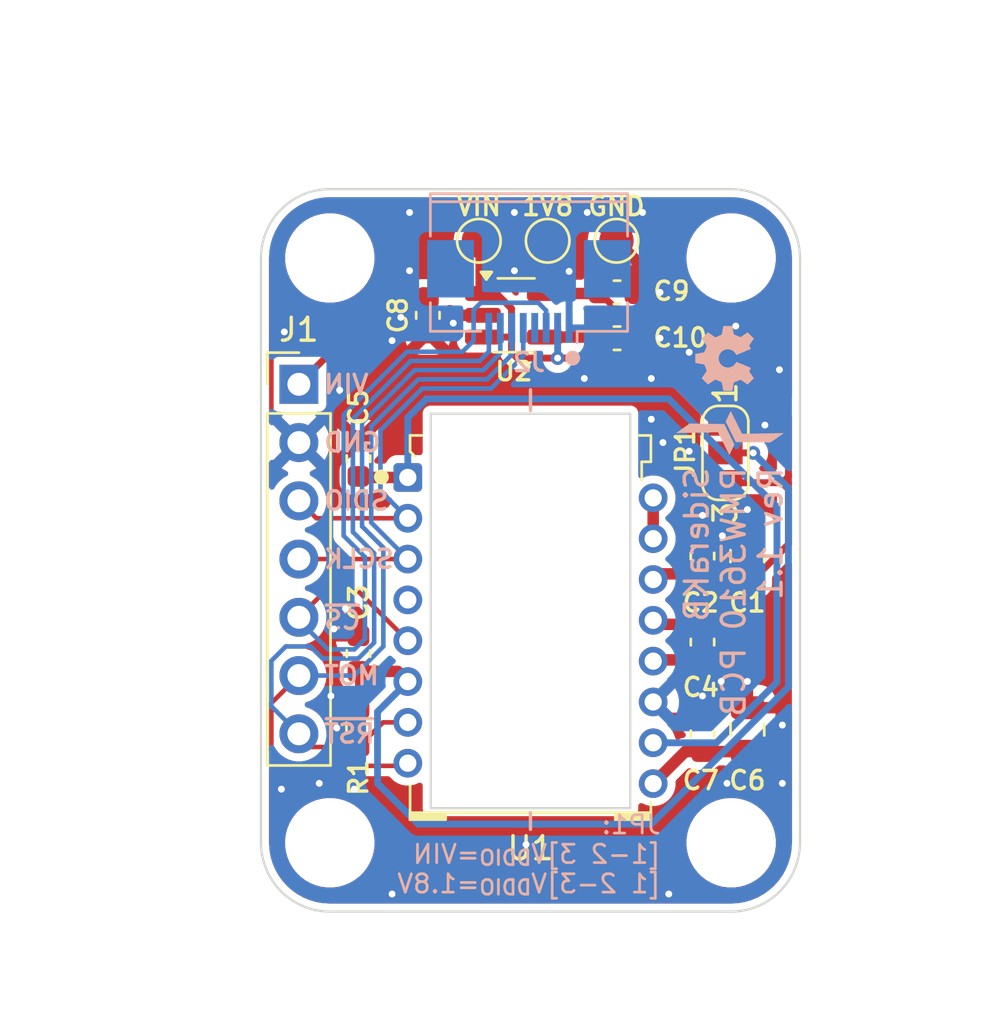
<source format=kicad_pcb>
(kicad_pcb (version 20241229) (generator "pcbnew") (generator_version "9.0")
  (title_block (title "PMW3610 PCB") (rev "1.1") (company "SideraKB") (comment 1 "Open Source Hardware, CERN-OHL-P v2") (comment 2 "PMW3610DM-SUDU laser mouse sensor breakout board"))
  (layers (0 "F.Cu" signal) (2 "B.Cu" signal) (13 "F.Paste" user) (15 "B.Paste" user) (5 "F.SilkS" user "F.Silkscreen") (7 "B.SilkS" user "B.Silkscreen") (1 "F.Mask" user) (3 "B.Mask" user) (25 "Edge.Cuts" user))
  (net 0 "")
  (net 1 "GND")
  (net 2 "+1V8")
  (net 3 "VDDIO")
  (net 4 "VIN")
  (net 5 "nRESET")
  (net 6 "SDIO")
  (net 7 "SCLK")
  (net 8 "nCS")
  (net 9 "MOTION")
  (net 10 "Net-(U1-CN)")
  (net 11 "Net-(U1-CP)")
  (net 12 "Net-(U1-+VCSEL)")
  (net 13 "Net-(U1-VCP)")
  (net 14 "Net-(U2-NC)")
  (net 16 "Net-(U1--VCSEL)")
  (footprint "TestPoint:TestPoint_Pad_D1.5mm" (layer "F.Cu") (at 150.75 86.5)
    (property "Reference" "TP3" (hide yes))
    (property "Value" "TestPoint")
  )
  (footprint "Capacitor_SMD:C_0603_1608Metric" (layer "F.Cu") (at 153.775 90.75)
    (property "Reference" "C10")
    (property "Value" "22nF")
  )
  (footprint "Capacitor_SMD:C_0603_1608Metric" (layer "F.Cu") (at 157.5 108 90)
    (property "Reference" "C7")
    (property "Value" "10nF")
  )
  (footprint "pmw3610_pcb:PMW3610DM-SUDU 16Pin" (layer "F.Cu") (at 150 102.988 90)
    (property "Reference" "U1")
    (property "Value" "PMW3610" (hide yes))
    (fp_rect (start -8.252 -4.35) (end 8.948 4.35) (stroke (width 0.1)) (fill no) (layer "Edge.Cuts"))
  )
  (footprint "Capacitor_SMD:C_0603_1608Metric" (layer "F.Cu") (at 142.5 96 90)
    (property "Reference" "C5")
    (property "Value" "10nF")
  )
  (footprint "TestPoint:TestPoint_Pad_D1.5mm" (layer "F.Cu") (at 147.75 86.5)
    (property "Reference" "TP2" (hide yes))
    (property "Value" "TestPoint")
  )
  (footprint "Capacitor_SMD:C_0603_1608Metric" (layer "F.Cu") (at 157.5 100.25 90)
    (property "Reference" "C2")
    (property "Value" "100nF")
  )
  (footprint "Resistor_SMD:R_0603_1608Metric" (layer "F.Cu") (at 142.5 107.75 -90)
    (property "Reference" "R1")
    (property "Value" "10k")
  )
  (footprint "Capacitor_SMD:C_0603_1608Metric" (layer "F.Cu") (at 142.5 104.5 90)
    (property "Reference" "C3")
    (property "Value" "100nF")
  )
  (footprint "Package_TO_SOT_SMD:SOT-23-5_HandSoldering" (layer "F.Cu") (at 149.275 89.75)
    (property "Reference" "U2")
    (property "Value" "TLV74318PDBVR")
  )
  (footprint "Capacitor_SMD:C_0603_1608Metric" (layer "F.Cu") (at 145.525 89.75 -90)
    (property "Reference" "C8")
    (property "Value" "1uF")
  )
  (footprint "TestPoint:TestPoint_Pad_D1.5mm" (layer "F.Cu") (at 153.75 86.5)
    (property "Reference" "TP1" (hide yes))
    (property "Value" "TestPoint")
  )
  (footprint "Jumper:SolderJumper-3_P1.3mm_Open_RoundedPad1.0x1.5mm_NumberLabels" (layer "F.Cu") (at 158.5 95.75 -90)
    (property "Reference" "JP1")
    (property "Value" "SolderJumper_3_Open")
  )
  (footprint "Capacitor_SMD:C_0603_1608Metric" (layer "F.Cu") (at 153.775 88.75)
    (property "Reference" "C9")
    (property "Value" "1uF")
  )
  (footprint "Capacitor_SMD:C_0805_2012Metric" (layer "F.Cu") (at 159.459 100.25 90)
    (property "Reference" "C1")
    (property "Value" "3.3uF/16V")
  )
  (footprint "Capacitor_SMD:C_0603_1608Metric" (layer "F.Cu") (at 157.5 104 90)
    (property "Reference" "C4")
    (property "Value" "100nF")
  )
  (footprint "Capacitor_SMD:C_0805_2012Metric" (layer "F.Cu") (at 159.459 107.811 90)
    (property "Reference" "C6")
    (property "Value" "10uF")
  )
  (footprint "Connector_PinHeader_2.54mm:PinHeader_1x07_P2.54mm_Vertical" (layer "F.Cu") (at 139.901 92.759)
    (property "Reference" "J1")
    (property "Value" "Conn_PinHeader")
  )
  (footprint "MountingHole:MountingHole_3.2mm_M3_ISO14580" (layer "B.Cu") (at 158.75 87.25 180)
    (property "Reference" "H3" (hide yes))
    (property "Value" "MountingHole" (hide yes))
  )
  (footprint "MountingHole:MountingHole_3.2mm_M3_ISO14580" (layer "B.Cu") (at 141.25 112.75 180)
    (property "Reference" "H1" (hide yes))
    (property "Value" "MountingHole" (hide yes))
  )
  (footprint "MountingHole:MountingHole_3.2mm_M3_ISO14580" (layer "B.Cu") (at 158.75 112.75 180)
    (property "Reference" "H4" (hide yes))
    (property "Value" "MountingHole" (hide yes))
  )
  (footprint "MountingHole:MountingHole_3.2mm_M3_ISO14580" (layer "B.Cu") (at 141.25 87.25 180)
    (property "Reference" "H2" (hide yes))
    (property "Value" "MountingHole" (hide yes))
  )
  (footprint "pmw3610_pcb:FPC_8P_0.5mm_AFC01-S08FCA-00" (layer "B.Cu") (at 149.934 87.298 180)
    (property "Reference" "J2")
    (property "Value" "Conn_FPC")
  )
  (gr_circle (center 143.5 96.8) (end 143.75 96.8) (stroke (width 0.15)) (fill yes) (layer "F.SilkS"))
  (gr_circle (center 151.839 91.616) (end 151.589 91.616) (stroke (width 0.15)) (fill yes) (layer "B.SilkS"))
  (gr_poly (pts (xy 158.174618 94.848457) (xy 158.673505 95.847091) (xy 158.893537 95.382793) (xy 158.45007 94.488982) (xy 156.936878 94.46972) (xy 156.352273 94.884996)) (fill yes) (layer "B.SilkS"))
  (gr_line (start 150 93.902) (end 150 93) (stroke (width 0.15)) (layer "B.SilkS"))
  (gr_poly (pts (xy 157.186588 91.810434) (xy 157.186648 91.81124) (xy 157.186747 91.812041) (xy 157.186883 91.812838) (xy 157.187056 91.813628) (xy 157.187265 91.814411) (xy 157.187508 91.815185) (xy 157.187785 91.815949) (xy 157.188095 91.816702) (xy 157.188437 91.817442) (xy 157.18881 91.818169) (xy 157.189212 91.818881) (xy 157.189644 91.819577) (xy 157.190103 91.820256) (xy 157.190589 91.820917) (xy 157.1911 91.821558) (xy 157.191637 91.822178) (xy 157.192197 91.822777) (xy 157.192781 91.823352) (xy 157.193386 91.823904) (xy 157.194012 91.824429) (xy 157.194659 91.824928) (xy 157.195324 91.8254) (xy 157.196007 91.825842) (xy 157.196707 91.826253) (xy 157.197423 91.826634) (xy 157.198154 91.826981) (xy 157.198899 91.827295) (xy 157.199656 91.827574) (xy 157.200426 91.827817) (xy 157.201207 91.828022) (xy 157.201998 91.828188) (xy 157.561895 91.895181) (xy 157.562693 91.89535) (xy 157.563493 91.895556) (xy 157.565096 91.896071) (xy 157.566694 91.896717) (xy 157.568277 91.897486) (xy 157.569833 91.898368) (xy 157.571354 91.899354) (xy 157.572827 91.900435) (xy 157.574243 91.901602) (xy 157.575592 91.902847) (xy 157.576862 91.90416) (xy 157.578044 91.905532) (xy 157.579127 91.906953) (xy 157.5801 91.908416) (xy 157.580953 91.909911) (xy 157.581331 91.910668) (xy 157.581676 91.911429) (xy 157.581985 91.912194) (xy 157.582258 91.912961) (xy 157.681 92.154176) (xy 157.68166 92.155675) (xy 157.682211 92.157264) (xy 157.682654 92.15893) (xy 157.682991 92.160659) (xy 157.683222 92.162436) (xy 157.683348 92.164249) (xy 157.68337 92.166082) (xy 157.683289 92.167921) (xy 157.683106 92.169754) (xy 157.682822 92.171565) (xy 157.682438 92.173342) (xy 157.681956 92.175069) (xy 157.681375 92.176733) (xy 157.680697 92.17832) (xy 157.679922 92.179815) (xy 157.679053 92.181206) (xy 157.47272 92.481878) (xy 157.472279 92.482556) (xy 157.471872 92.483253) (xy 157.471499 92.483969) (xy 157.471161 92.484702) (xy 157.470856 92.48545) (xy 157.470585 92.486212) (xy 157.470348 92.486987) (xy 157.470144 92.487772) (xy 157.469974 92.488567) (xy 157.469837 92.48937) (xy 157.469662 92.490992) (xy 157.469618 92.492628) (xy 157.469704 92.494264) (xy 157.469919 92.495888) (xy 157.470262 92.497488) (xy 157.470732 92.499053) (xy 157.471014 92.499817) (xy 157.471327 92.500568) (xy 157.471672 92.501304) (xy 157.472047 92.502024) (xy 157.472453 92.502725) (xy 157.47289 92.503406) (xy 157.473358 92.504066) (xy 157.473856 92.504703) (xy 157.474384 92.505316) (xy 157.474943 92.505903) (xy 157.728159 92.75912) (xy 157.728746 92.759678) (xy 157.729359 92.760206) (xy 157.729997 92.760703) (xy 157.730657 92.76117) (xy 157.731339 92.761606) (xy 157.732041 92.762012) (xy 157.733497 92.762729) (xy 157.735015 92.763322) (xy 157.736581 92.763789) (xy 157.738183 92.76413) (xy 157.739809 92.764343) (xy 157.741447 92.764427) (xy 157.743084 92.764382) (xy 157.744709 92.764207) (xy 157.746308 92.7639) (xy 157.747869 92.763461) (xy 157.748632 92.763192) (xy 157.749381 92.762889) (xy 157.750114 92.762553) (xy 157.75083 92.762183) (xy 157.751527 92.761779) (xy 157.752205 92.761342) (xy 158.047691 92.558608) (xy 158.049088 92.557736) (xy 158.050586 92.556962) (xy 158.052172 92.556287) (xy 158.053833 92.555712) (xy 158.055554 92.555237) (xy 158.057322 92.554865) (xy 158.059123 92.554594) (xy 158.060944 92.554427) (xy 158.062772 92.554364) (xy 158.064592 92.554406) (xy 158.066391 92.554554) (xy 158.068155 92.554809) (xy 158.069871 92.555172) (xy 158.071526 92.555643) (xy 158.073105 92.556223) (xy 158.074594 92.556914) (xy 158.32343 92.663573) (xy 158.324958 92.664182) (xy 158.326472 92.664931) (xy 158.327962 92.665809) (xy 158.329421 92.666806) (xy 158.330839 92.667911) (xy 158.332207 92.669113) (xy 158.333516 92.670402) (xy 158.334756 92.671768) (xy 158.33592 92.673199) (xy 158.336997 92.674685) (xy 158.337979 92.676216) (xy 158.338857 92.677781) (xy 158.339622 92.679369) (xy 158.340264 92.68097) (xy 158.340775 92.682573) (xy 158.341146 92.684169) (xy 158.405853 93.032127) (xy 158.406023 93.032916) (xy 158.406232 93.033695) (xy 158.406477 93.034464) (xy 158.406759 93.03522) (xy 158.407075 93.035964) (xy 158.407425 93.036693) (xy 158.407807 93.037408) (xy 158.408221 93.038106) (xy 158.409137 93.039452) (xy 158.410164 93.040722) (xy 158.411292 93.041909) (xy 158.412512 93.043004) (xy 158.413815 93.044) (xy 158.415191 93.044888) (xy 158.416631 93.045661) (xy 158.417372 93.046002) (xy 158.418125 93.04631) (xy 158.418889 93.046586) (xy 158.419664 93.046829) (xy 158.420448 93.047036) (xy 158.421239 93.047207) (xy 158.422037 93.047342) (xy 158.42284 93.047439) (xy 158.423647 93.047497) (xy 158.424458 93.047515) (xy 158.782577 93.047473) (xy 158.783386 93.047453) (xy 158.784192 93.047393) (xy 158.784994 93.047294) (xy 158.785791 93.047157) (xy 158.786583 93.046984) (xy 158.787366 93.046774) (xy 158.788141 93.04653) (xy 158.788907 93.046253) (xy 158.789661 93.045942) (xy 158.790403 93.045599) (xy 158.791131 93.045226) (xy 158.791845 93.044823) (xy 158.792542 93.044391) (xy 158.793223 93.043932) (xy 158.793885 93.043445) (xy 158.794528 93.042933) (xy 158.79515 93.042396) (xy 158.79575 93.041835) (xy 158.796327 93.041251) (xy 158.796879 93.040646) (xy 158.797406 93.040019) (xy 158.797906 93.039373) (xy 158.798377 93.038708) (xy 158.79882 93.038025) (xy 158.799232 93.037326) (xy 158.799612 93.036611) (xy 158.79996 93.03588) (xy 158.800273 93.035136) (xy 158.800551 93.03438) (xy 158.800793 93.033611) (xy 158.800996 93.032832) (xy 158.801161 93.032043) (xy 158.864322 92.692635) (xy 158.864486 92.691836) (xy 158.864687 92.691035) (xy 158.864924 92.690234) (xy 158.865195 92.689434) (xy 158.865837 92.687841) (xy 158.866605 92.686266) (xy 158.867487 92.68472) (xy 158.868476 92.683213) (xy 158.869562 92.681755) (xy 158.870736 92.680355) (xy 158.871988 92.679026) (xy 158.873309 92.677775) (xy 158.87469 92.676614) (xy 158.876122 92.675552) (xy 158.877594 92.674601) (xy 158.879099 92.673769) (xy 158.880626 92.673067) (xy 158.881395 92.672768) (xy 158.882166 92.672505) (xy 159.146855 92.566545) (xy 159.148361 92.56589) (xy 159.149955 92.565343) (xy 159.151625 92.564905) (xy 159.153355 92.564573) (xy 159.155134 92.564347) (xy 159.156946 92.564226) (xy 159.158778 92.564208) (xy 159.160616 92.564293) (xy 159.162446 92.56448) (xy 159.164255 92.564767) (xy 159.166029 92.565153) (xy 159.167754 92.565637) (xy 159.169415 92.566219) (xy 159.171 92.566896) (xy 159.172495 92.567668) (xy 159.173885 92.568535) (xy 159.45483 92.761342) (xy 159.455508 92.761783) (xy 159.456205 92.76219) (xy 159.456922 92.762562) (xy 159.457655 92.762901) (xy 159.458405 92.763206) (xy 159.459168 92.763476) (xy 159.459944 92.763714) (xy 159.460731 92.763917) (xy 159.461527 92.764088) (xy 159.462331 92.764225) (xy 159.463957 92.7644) (xy 159.465597 92.764444) (xy 159.467236 92.764358) (xy 159.468865 92.764143) (xy 159.470469 92.7638) (xy 159.472037 92.76333) (xy 159.472803 92.763048) (xy 159.473556 92.762735) (xy 159.474293 92.76239) (xy 159.475014 92.762015) (xy 159.475716 92.761609) (xy 159.476398 92.761172) (xy 159.477059 92.760704) (xy 159.477696 92.760206) (xy 159.47831 92.759678) (xy 159.478897 92.759119) (xy 159.732113 92.50586) (xy 159.732668 92.505277) (xy 159.733193 92.504667) (xy 159.733687 92.504033) (xy 159.734152 92.503375) (xy 159.734586 92.502696) (xy 159.73499 92.501997) (xy 159.735705 92.500544) (xy 159.736297 92.499029) (xy 159.736764 92.497464) (xy 159.737106 92.495863) (xy 159.73732 92.494237) (xy 159.737407 92.492599) (xy 159.737365 92.490961) (xy 159.737192 92.489336) (xy 159.736888 92.487736) (xy 159.736451 92.486173) (xy 159.736183 92.48541) (xy 159.735881 92.484661) (xy 159.735546 92.483927) (xy 159.735177 92.483211) (xy 159.734773 92.482513) (xy 159.734336 92.481836) (xy 159.544915 92.205844) (xy 159.544052 92.204456) (xy 159.543295 92.202971) (xy 159.542644 92.2014) (xy 159.5421 92.199757) (xy 159.541664 92.198056) (xy 159.541335 92.196311) (xy 159.541113 92.194535) (xy 159.541 92.192742) (xy 159.540994 92.190944) (xy 159.541097 92.189156) (xy 159.541309 92.187391) (xy 159.541629 92.185663) (xy 159.542059 92.183984) (xy 159.542598 92.18237) (xy 159.543247 92.180832) (xy 159.544005 92.179385) (xy 159.608987 92.057677) (xy 159.609333 92.056949) (xy 159.609637 92.056216) (xy 159.6099 92.055477) (xy 159.610122 92.054735) (xy 159.610304 92.053991) (xy 159.610445 92.053245) (xy 159.610547 92.0525) (xy 159.61061 92.051757) (xy 159.610635 92.051016) (xy 159.610621 92.05028) (xy 159.61057 92.049548) (xy 159.610481 92.048824) (xy 159.610356 92.048107) (xy 159.610195 92.047399) (xy 159.609997 92.046702) (xy 159.609765 92.046017) (xy 159.609498 92.045345) (xy 159.609196 92.044686) (xy 159.60886 92.044044) (xy 159.608491 92.043418) (xy 159.608089 92.04281) (xy 159.607654 92.042221) (xy 159.607187 92.041653) (xy 159.606689 92.041107) (xy 159.60616 92.040583) (xy 159.6056 92.040085) (xy 159.605009 92.039612) (xy 159.604389 92.039165) (xy 159.60374 92.038747) (xy 159.603062 92.038359) (xy 159.602355 92.038001) (xy 159.601621 92.037675) (xy 158.995238 91.786744) (xy 158.994484 91.786454) (xy 158.993718 91.786202) (xy 158.992942 91.785988) (xy 158.992158 91.785812) (xy 158.991367 91.785673) (xy 158.990569 91.78557) (xy 158.989768 91.785503) (xy 158.988964 91.785472) (xy 158.988158 91.785476) (xy 158.987353 91.785514) (xy 158.986549 91.785586) (xy 158.985748 91.785692) (xy 158.984951 91.785831) (xy 158.98416 91.786003) (xy 158.983377 91.786207) (xy 158.982602 91.786442) (xy 158.981837 91.786709) (xy 158.981084 91.787006) (xy 158.980344 91.787333) (xy 158.979619 91.78769) (xy 158.978909 91.788076) (xy 158.978217 91.788491) (xy 158.977544 91.788934) (xy 158.976891 91.789405) (xy 158.976259 91.789903) (xy 158.975651 91.790427) (xy 158.975068 91.790978) (xy 158.97451 91.791555) (xy 158.97398 91.792157) (xy 158.973479 91.792784) (xy 158.973008 91.793435) (xy 158.972569 91.79411) (xy 158.953921 91.824569) (xy 158.952525 91.826761) (xy 158.950931 91.829102) (xy 158.949175 91.831546) (xy 158.947291 91.834051) (xy 158.945313 91.836572) (xy 158.943277 91.839064) (xy 158.941217 91.841484) (xy 158.939168 91.843788) (xy 158.925367 91.863951) (xy 158.910382 91.883194) (xy 158.894266 91.901464) (xy 158.87707 91.918709) (xy 158.858848 91.934877) (xy 158.839651 91.949914) (xy 158.819532 91.963768) (xy 158.798542 91.976387) (xy 158.776734 91.987718) (xy 158.754161 91.997708) (xy 158.730873 92.006306) (xy 158.706925 92.013458) (xy 158.682367 92.019112) (xy 158.657252 92.023216) (xy 158.631632 92.025717) (xy 158.60556 92.026562) (xy 158.585179 92.026047) (xy 158.565066 92.024517) (xy 158.545245 92.021999) (xy 158.525741 92.018516) (xy 158.50658 92.014094) (xy 158.487786 92.008757) (xy 158.469383 92.002531) (xy 158.451398 91.99544) (xy 158.433854 91.987509) (xy 158.416778 91.978763) (xy 158.400192 91.969227) (xy 158.384123 91.958925) (xy 158.368596 91.947884) (xy 158.353634 91.936127) (xy 158.339264 91.923679) (xy 158.325509 91.910566) (xy 158.312396 91.896812) (xy 158.299948 91.882442) (xy 158.28819 91.867482) (xy 158.277149 91.851955) (xy 158.266847 91.835887) (xy 158.257311 91.819302) (xy 158.248565 91.802226) (xy 158.240634 91.784684) (xy 158.233542 91.7667) (xy 158.227316 91.748299) (xy 158.221979 91.729506) (xy 158.217557 91.710346) (xy 158.214074 91.690844) (xy 158.211555 91.671025) (xy 158.210026 91.650913) (xy 158.209511 91.630534) (xy 158.210026 91.610155) (xy 158.211555 91.590043) (xy 158.214074 91.570223) (xy 158.217557 91.550721) (xy 158.221979 91.531561) (xy 158.227316 91.512767) (xy 158.233542 91.494366) (xy 158.240634 91.476381) (xy 158.248565 91.458837) (xy 158.257311 91.441761) (xy 158.266847 91.425175) (xy 158.277149 91.409106) (xy 158.28819 91.393578) (xy 158.299948 91.378617) (xy 158.312396 91.364246) (xy 158.325509 91.350491) (xy 158.339264 91.337377) (xy 158.353634 91.324928) (xy 158.368596 91.31317) (xy 158.384123 91.302128) (xy 158.400192 91.291826) (xy 158.416778 91.282289) (xy 158.433854 91.273542) (xy 158.451398 91.26561) (xy 158.469383 91.258518) (xy 158.487786 91.252291) (xy 158.50658 91.246954) (xy 158.525741 91.242531) (xy 158.545245 91.239048) (xy 158.565066 91.236529) (xy 158.585179 91.235) (xy 158.60556 91.234484) (xy 158.61865 91.234697) (xy 158.631632 91.23533) (xy 158.644502 91.236377) (xy 158.657252 91.237831) (xy 158.669876 91.239687) (xy 158.682367 91.241936) (xy 158.694719 91.244573) (xy 158.706925 91.247591) (xy 158.718978 91.250984) (xy 158.730873 91.254745) (xy 158.742603 91.258867) (xy 158.754161 91.263344) (xy 158.76554 91.268169) (xy 158.776734 91.273336) (xy 158.798542 91.284668) (xy 158.819532 91.297288) (xy 158.839651 91.311142) (xy 158.858848 91.326179) (xy 158.87707 91.342346) (xy 158.894266 91.35959) (xy 158.910382 91.377858) (xy 158.925367 91.397099) (xy 158.939168 91.417259) (xy 158.941217 91.419575) (xy 158.943277 91.422004) (xy 158.945313 91.424501) (xy 158.947291 91.427024) (xy 158.949175 91.429531) (xy 158.950931 91.431978) (xy 158.952525 91.434322) (xy 158.953921 91.43652) (xy 158.972569 91.466979) (xy 158.973008 91.467658) (xy 158.973479 91.468312) (xy 158.97398 91.468942) (xy 158.97451 91.469547) (xy 158.975068 91.470126) (xy 158.975651 91.470679) (xy 158.976891 91.471705) (xy 158.978217 91.472621) (xy 158.979619 91.473423) (xy 158.981084 91.474108) (xy 158.982602 91.474671) (xy 158.98416 91.475108) (xy 158.985748 91.475417) (xy 158.987353 91.475593) (xy 158.988964 91.475632) (xy 158.990569 91.475531) (xy 158.991367 91.475426) (xy 158.992158 91.475285) (xy 158.992942 91.475107) (xy 158.993718 91.474891) (xy 158.994484 91.474637) (xy 158.995238 91.474345) (xy 159.6016 91.223393) (xy 159.602334 91.223067) (xy 159.603041 91.222709) (xy 159.603719 91.22232) (xy 159.604369 91.221902) (xy 159.60499 91.221455) (xy 159.60558 91.220981) (xy 159.606141 91.220482) (xy 159.606671 91.219958) (xy 159.60717 91.219411) (xy 159.607637 91.218843) (xy 159.608073 91.218253) (xy 159.608476 91.217645) (xy 159.608845 91.217018) (xy 159.609182 91.216375) (xy 159.609484 91.215716) (xy 159.609752 91.215043) (xy 159.609985 91.214357) (xy 159.610182 91.21366) (xy 159.610344 91.212952) (xy 159.61047 91.212235) (xy 159.610558 91.21151) (xy 159.610609 91.210779) (xy 159.610623 91.210043) (xy 159.610598 91.209302) (xy 159.610535 91.208559) (xy 159.610432 91.207815) (xy 159.61029 91.20707) (xy 159.610107 91.206327) (xy 159.609884 91.205586) (xy 159.60962 91.204849) (xy 159.609314 91.204117) (xy 159.608966 91.203391) (xy 159.543984 91.081682) (xy 159.543226 91.080239) (xy 159.542578 91.078704) (xy 159.54204 91.077091) (xy 159.541611 91.075414) (xy 159.541292 91.073686) (xy 159.541082 91.071921) (xy 159.54098 91.070133) (xy 159.540987 91.068334) (xy 159.541101 91.06654) (xy 159.541323 91.064762) (xy 159.541652 91.063016) (xy 159.542088 91.061314) (xy 159.542631 91.05967) (xy 159.54328 91.058098) (xy 159.544034 91.056612) (xy 159.544895 91.055224) (xy 159.734315 90.779253) (xy 159.734752 90.778574) (xy 159.735156 90.777875) (xy 159.735525 90.777157) (xy 159.73586 90.776422) (xy 159.736162 90.775672) (xy 159.73643 90.774908) (xy 159.736665 90.774131) (xy 159.736867 90.773344) (xy 159.737035 90.772547) (xy 159.737171 90.771743) (xy 159.737344 90.770118) (xy 159.737386 90.76848) (xy 159.737299 90.766841) (xy 159.737085 90.765215) (xy 159.736743 90.763614) (xy 159.736276 90.762049) (xy 159.735996 90.761284) (xy 159.735684 90.760534) (xy 159.735342 90.759798) (xy 159.734969 90.759079) (xy 159.734565 90.758379) (xy 159.734131 90.757699) (xy 159.733666 90.75704) (xy 159.733172 90.756404) (xy 159.732647 90.755793) (xy 159.732092 90.755208) (xy 159.478876 90.501949) (xy 159.478289 90.501392) (xy 159.477675 90.500866) (xy 159.477038 90.500369) (xy 159.476377 90.499903) (xy 159.475695 90.499468) (xy 159.474993 90.499063) (xy 159.473535 90.498345) (xy 159.472016 90.497751) (xy 159.470448 90.497283) (xy 159.468844 90.496941) (xy 159.467215 90.496726) (xy 159.465576 90.496639) (xy 159.463936 90.496683) (xy 159.46231 90.496857) (xy 159.46071 90.497162) (xy 159.459147 90.497601) (xy 159.458383 90.497871) (xy 159.457634 90.498174) (xy 159.456901 90.498511) (xy 159.456184 90.498882) (xy 159.455487 90.499287) (xy 159.454809 90.499726) (xy 159.173864 90.692512) (xy 159.172474 90.693386) (xy 159.170979 90.694164) (xy 159.169394 90.694846) (xy 159.167732 90.695431) (xy 159.166008 90.695918) (xy 159.164234 90.696305) (xy 159.162425 90.696593) (xy 159.160595 90.69678) (xy 159.158757 90.696865) (xy 159.156925 90.696847) (xy 159.155113 90.696725) (xy 159.153335 90.696498) (xy 159.151604 90.696165) (xy 159.149934 90.695726) (xy 159.14834 90.695179) (xy 159.146834 90.694523) (xy 158.882145 90.588563) (xy 158.881374 90.588302) (xy 158.880605 90.588004) (xy 158.879078 90.587303) (xy 158.877573 90.586471) (xy 158.876101 90.585518) (xy 158.874669 90.584454) (xy 158.873288 90.58329) (xy 158.871967 90.582036) (xy 158.870715 90.580702) (xy 158.869541 90.579299) (xy 158.868455 90.577837) (xy 158.867466 90.576327) (xy 158.866583 90.574778) (xy 158.865816 90.573202) (xy 158.865174 90.571609) (xy 158.864666 90.570009) (xy 158.864465 90.569209) (xy 158.864301 90.568412) (xy 158.80114 90.229004) (xy 158.800975 90.228213) (xy 158.800772 90.227432) (xy 158.80053 90.226662) (xy 158.800252 90.225904) (xy 158.799939 90.22516) (xy 158.799591 90.224429) (xy 158.799211 90.223713) (xy 158.798799 90.223013) (xy 158.798356 90.22233) (xy 158.797884 90.221664) (xy 158.796858 90.220392) (xy 158.795729 90.219203) (xy 158.794507 90.218106) (xy 158.793202 90.217109) (xy 158.791824 90.216218) (xy 158.790382 90.215443) (xy 158.788886 90.214791) (xy 158.78812 90.214514) (xy 158.787345 90.214271) (xy 158.786562 90.214062) (xy 158.78577 90.213889) (xy 158.784973 90.213753) (xy 158.784171 90.213654) (xy 158.783364 90.213594) (xy 158.782556 90.213574) (xy 158.424437 90.213553) (xy 158.423628 90.213573) (xy 158.422823 90.213633) (xy 158.422021 90.213731) (xy 158.421225 90.213867) (xy 158.420435 90.214039) (xy 158.419653 90.214248) (xy 158.418879 90.214491) (xy 158.418116 90.214767) (xy 158.417364 90.215077) (xy 158.416624 90.215418) (xy 158.415897 90.21579) (xy 158.415186 90.216192) (xy 158.41449 90.216622) (xy 158.413811 90.217081) (xy 158.413151 90.217566) (xy 158.41251 90.218077) (xy 158.411889 90.218613) (xy 158.41129 90.219173) (xy 158.410714 90.219757) (xy 158.410163 90.220362) (xy 158.409636 90.220988) (xy 158.409136 90.221634) (xy 158.408664 90.222299) (xy 158.408221 90.222983) (xy 158.407807 90.223683) (xy 158.407425 90.2244) (xy 158.407075 90.225131) (xy 158.406759 90.225877) (xy 158.406477 90.226636) (xy 158.406232 90.227408) (xy 158.406023 90.22819) (xy 158.405853 90.228983) (xy 158.341146 90.576921) (xy 158.340979 90.577721) (xy 158.340775 90.578523) (xy 158.340264 90.580133) (xy 158.339622 90.581738) (xy 158.338857 90.58333) (xy 158.337979 90.584897) (xy 158.336997 90.586429) (xy 158.33592 90.587915) (xy 158.334756 90.589346) (xy 158.333516 90.59071) (xy 158.332207 90.591997) (xy 158.330839 90.593196) (xy 158.329421 90.594298) (xy 158.327962 90.595291) (xy 158.326472 90.596166) (xy 158.324958 90.596911) (xy 158.324195 90.597232) (xy 158.32343 90.597516) (xy 158.074594 90.704196) (xy 158.073105 90.704883) (xy 158.071526 90.70546) (xy 158.069871 90.705929) (xy 158.068155 90.706289) (xy 158.066391 90.706543) (xy 158.064592 90.70669) (xy 158.062772 90.706732) (xy 158.060944 90.70667) (xy 158.059123 90.706504) (xy 158.057322 90.706236) (xy 158.055554 90.705866) (xy 158.053833 90.705396) (xy 158.052172 90.704825) (xy 158.050586 90.704156) (xy 158.049088 90.703389) (xy 158.047691 90.702524) (xy 157.752205 90.499768) (xy 157.751527 90.499327) (xy 157.75083 90.498921) (xy 157.750114 90.498548) (xy 157.749381 90.49821) (xy 157.748632 90.497906) (xy 157.747869 90.497635) (xy 157.747094 90.497399) (xy 157.746308 90.497196) (xy 157.745512 90.497026) (xy 157.744709 90.496889) (xy 157.743084 90.496716) (xy 157.741447 90.496673) (xy 157.739809 90.49676) (xy 157.738183 90.496976) (xy 157.736581 90.49732) (xy 157.735015 90.497789) (xy 157.734249 90.498071) (xy 157.733497 90.498384) (xy 157.73276 90.498728) (xy 157.732041 90.499103) (xy 157.731339 90.499509) (xy 157.730657 90.499945) (xy 157.729997 90.500411) (xy 157.729359 90.500908) (xy 157.728746 90.501434) (xy 157.728159 90.501991) (xy 157.474943 90.755229) (xy 157.474384 90.755814) (xy 157.473856 90.756425) (xy 157.473358 90.757061) (xy 157.47289 90.75772) (xy 157.472453 90.7584) (xy 157.472047 90.759101) (xy 157.471327 90.760555) (xy 157.470732 90.762071) (xy 157.470262 90.763635) (xy 157.469919 90.765237) (xy 157.469704 90.766863) (xy 157.469618 90.768501) (xy 157.469662 90.770139) (xy 157.469837 90.771765) (xy 157.470144 90.773365) (xy 157.470585 90.774929) (xy 157.470856 90.775693) (xy 157.471161 90.776443) (xy 157.4715 90.777178) (xy 157.471872 90.777896) (xy 157.472279 90.778595) (xy 157.47272 90.779274) (xy 157.679053 91.079926) (xy 157.679922 91.081313) (xy 157.680697 91.082805) (xy 157.681375 91.084389) (xy 157.681956 91.086051) (xy 157.682439 91.087777) (xy 157.682822 91.089552) (xy 157.683106 91.091362) (xy 157.683289 91.093195) (xy 157.68337 91.095035) (xy 157.683348 91.096868) (xy 157.683222 91.098682) (xy 157.682991 91.100461) (xy 157.682654 91.102192) (xy 157.682211 91.103861) (xy 157.68166 91.105453) (xy 157.681 91.106956) (xy 157.582258 91.348192) (xy 157.581676 91.349727) (xy 157.580953 91.351248) (xy 157.5801 91.352745) (xy 157.579127 91.354209) (xy 157.578044 91.355631) (xy 157.576862 91.357003) (xy 157.575592 91.358315) (xy 157.574243 91.359558) (xy 157.572827 91.360725) (xy 157.571354 91.361805) (xy 157.569833 91.36279) (xy 157.568277 91.36367) (xy 157.566694 91.364438) (xy 157.565096 91.365083) (xy 157.563493 91.365597) (xy 157.561895 91.365972) (xy 157.201998 91.432943) (xy 157.201207 91.43311) (xy 157.200426 91.433315) (xy 157.199656 91.433558) (xy 157.198899 91.433836) (xy 157.198154 91.43415) (xy 157.197423 91.434498) (xy 157.196707 91.434878) (xy 157.196007 91.43529) (xy 157.195324 91.435732) (xy 157.194659 91.436203) (xy 157.193386 91.437227) (xy 157.192197 91.438353) (xy 157.1911 91.439571) (xy 157.190103 91.440872) (xy 157.189212 91.442246) (xy 157.188437 91.443683) (xy 157.188095 91.444422) (xy 157.187785 91.445174) (xy 157.187508 91.445937) (xy 157.187265 91.446709) (xy 157.187056 91.447491) (xy 157.186883 91.448279) (xy 157.186747 91.449074) (xy 157.186648 91.449875) (xy 157.186588 91.450679) (xy 157.186568 91.451485) (xy 157.186568 91.809625)) (fill yes) (layer "B.SilkS"))
  (gr_line (start 150 111.428) (end 150 112.1646) (stroke (width 0.15)) (layer "B.SilkS"))
  (gr_poly (pts (xy 158.951 95.276849) (xy 160.464144 95.299544) (xy 161.049689 94.885594) (xy 159.227266 94.918) (xy 158.730645 93.918237) (xy 158.509562 94.382035)) (fill yes) (layer "B.SilkS"))
  (gr_arc (start 138.25 87.25) (mid 139.12868 85.12868) (end 141.25 84.25) (stroke (width 0.1)) (layer "Edge.Cuts"))
  (gr_arc (start 158.75 84.25) (mid 160.87132 85.12868) (end 161.75 87.25) (stroke (width 0.1)) (layer "Edge.Cuts"))
  (gr_line (start 161.75 87.25) (end 161.75 112.75) (stroke (width 0.1)) (layer "Edge.Cuts"))
  (gr_line (start 141.25 84.25) (end 158.75 84.25) (stroke (width 0.1)) (layer "Edge.Cuts"))
  (gr_line (start 158.75 115.75) (end 141.25 115.75) (stroke (width 0.1)) (layer "Edge.Cuts"))
  (gr_arc (start 161.75 112.75) (mid 160.87132 114.87132) (end 158.75 115.75) (stroke (width 0.1)) (layer "Edge.Cuts"))
  (gr_line (start 138.25 112.75) (end 138.25 87.25) (stroke (width 0.1)) (layer "Edge.Cuts"))
  (gr_arc (start 141.25 115.75) (mid 139.12868 114.87132) (end 138.25 112.75) (stroke (width 0.1)) (layer "Edge.Cuts"))
  (gr_text "~{CS}" (at 140.917 103.046 0) (layer "B.SilkS") (effects (font (size 0.8 0.8)) (justify right mirror)))
  (gr_text "SCLK" (at 140.917 100.379 0) (layer "B.SilkS") (effects (font (size 0.8 0.8)) (justify right mirror)))
  (gr_text "GND" (at 140.917 95.299 0) (layer "B.SilkS") (effects (font (size 0.8 0.8)) (justify right mirror)))
  (gr_text "SDIO" (at 140.917 97.839 0) (layer "B.SilkS") (effects (font (size 0.8 0.8)) (justify right mirror)))
  (gr_text "MOT" (at 140.917 105.459 0) (layer "B.SilkS") (effects (font (size 0.8 0.8)) (justify right mirror)))
  (gr_text "VIN" (at 140.917 92.759 0) (layer "B.SilkS") (effects (font (size 0.8 0.8)) (justify right mirror)))
  (gr_text "${COMPANY}\n${TITLE}\nRev ${REVISION}" (at 156.665 96.292849 90) (layer "B.SilkS") (effects (font (size 1 1)) (justify left top mirror)))
  (gr_text "JP1:\n[1-2 3]V_{DDIO}=VIN\n[1 2-3]V_{DDIO}=1.8V" (at 155.75 113.25 0) (layer "B.SilkS") (effects (font (size 0.8 0.8) (thickness 0.12)) (justify left mirror)))
  (gr_text "~{RST}" (at 140.917 107.999 0) (layer "B.SilkS") (effects (font (size 0.8 0.8)) (justify right mirror)))
  (segment (start 145.525 90.525) (end 146.3 89.75) (width 0.3) (layer "F.Cu") (net 1))
  (segment (start 142.5 95.225) (end 141.558 94.283) (width 0.3) (layer "F.Cu") (net 1))
  (segment (start 146.3 89.75) (end 146.632 89.75) (width 0.3) (layer "F.Cu") (net 1))
  (segment (start 156.919 97.893) (end 156.919 94.791) (width 0.3) (layer "F.Cu") (net 1))
  (segment (start 148.267 93.267) (end 145.525 90.525) (width 0.3) (layer "F.Cu") (net 1))
  (segment (start 138.701 91.038) (end 138.701 94.099) (width 0.2) (layer "F.Cu") (net 1))
  (segment (start 145.525 90.525) (end 141.767 94.283) (width 0.3) (layer "F.Cu") (net 1))
  (segment (start 154.55 88.75) (end 155.649 88.75) (width 0.3) (layer "F.Cu") (net 1))
  (segment (start 159.459 99.3) (end 158.4298 99.3) (width 0.3) (layer "F.Cu") (net 1))
  (segment (start 144.346 89.838) (end 144.838 89.838) (width 0.3) (layer "F.Cu") (net 1))
  (segment (start 144.838 89.838) (end 145.525 90.525) (width 0.3) (layer "F.Cu") (net 1))
  (segment (start 153.75 86.5) (end 154.55 87.3) (width 0.3) (layer "F.Cu") (net 1))
  (segment (start 154.55 87.3) (end 154.55 88.75) (width 0.3) (layer "F.Cu") (net 1))
  (segment (start 155.649 90.75) (end 154.76 90.75) (width 0.3) (layer "F.Cu") (net 1))
  (segment (start 140.917 94.283) (end 139.901 95.299) (width 0.3) (layer "F.Cu") (net 1))
  (segment (start 141.767 94.283) (end 140.917 94.283) (width 0.3) (layer "F.Cu") (net 1))
  (segment (start 159.459 98.22) (end 159.459 99.3) (width 0.3) (layer "F.Cu") (net 1))
  (segment (start 158.2035 107.225) (end 158.5675 106.861) (width 0.3) (layer "F.Cu") (net 1))
  (segment (start 156.919 94.791) (end 155.395 93.267) (width 0.3) (layer "F.Cu") (net 1))
  (segment (start 158.4298 99.3) (end 158.3668 99.363) (width 0.3) (layer "F.Cu") (net 1))
  (segment (start 157.5 99.475) (end 158.2548 99.475) (width 0.3) (layer "F.Cu") (net 1))
  (segment (start 157.5 98.474) (end 157.5 99.475) (width 0.3) (layer "F.Cu") (net 1))
  (segment (start 155.395 93.267) (end 148.267 93.267) (width 0.3) (layer "F.Cu") (net 1))
  (segment (start 139.266 90.473) (end 138.701 91.038) (width 0.2) (layer "F.Cu") (net 1))
  (segment (start 141.723 103.725) (end 141.425 103.427) (width 0.3) (layer "F.Cu") (net 1))
  (segment (start 138.701 94.099) (end 139.901 95.299) (width 0.2) (layer "F.Cu") (net 1))
  (segment (start 158.2548 99.475) (end 158.3668 99.363) (width 0.3) (layer "F.Cu") (net 1))
  (segment (start 142.5 103.725) (end 141.723 103.725) (width 0.3) (layer "F.Cu") (net 1))
  (segment (start 155.965 107.225) (end 155.35 106.61) (width 0.3) (layer "F.Cu") (net 1))
  (segment (start 157.5 106.348) (end 157.5 107.037) (width 0.3) (layer "F.Cu") (net 1))
  (segment (start 157.5 107.037) (end 157.406 107.131) (width 0.3) (layer "F.Cu") (net 1))
  (segment (start 157.5 107.225) (end 155.965 107.225) (width 0.3) (layer "F.Cu") (net 1))
  (segment (start 158.5675 106.861) (end 159.459 106.861) (width 0.3) (layer "F.Cu") (net 1))
  (segment (start 141.558 94.283) (end 140.917 94.283) (width 0.3) (layer "F.Cu") (net 1))
  (segment (start 146.632 89.75) (end 147.925 89.75) (width 0.3) (layer "F.Cu") (net 1))
  (segment (start 157.5 107.225) (end 158.2035 107.225) (width 0.3) (layer "F.Cu") (net 1))
  (segment (start 159.459 105.713) (end 159.459 106.861) (width 0.3) (layer "F.Cu") (net 1))
  (segment (start 157.5 98.474) (end 156.919 97.893) (width 0.3) (layer "F.Cu") (net 1))
  (via (at 155.268 94.283) (size 0.6) (drill 0.3) (layers "F.Cu" "B.Cu") (net 1))
  (via (at 149.299 87.806) (size 0.6) (drill 0.3) (layers "F.Cu" "B.Cu") (net 1))
  (via (at 155.649 90.75) (size 0.6) (drill 0.3) (layers "F.Cu" "B.Cu") (net 1))
  (via (at 139.266 90.473) (size 0.6) (drill 0.3) (layers "F.Cu" "B.Cu") (net 1))
  (via (at 152.347 92.505) (size 0.6) (drill 0.3) (layers "F.Cu" "B.Cu") (net 1))
  (via (at 156.03 114.984) (size 0.6) (drill 0.3) (layers "F.Cu" "B.Cu") (net 1))
  (via (at 152.474 85.266) (size 0.6) (drill 0.3) (layers "F.Cu" "B.Cu") (net 1))
  (via (at 157.5 106.348) (size 0.6) (drill 0.3) (layers "F.Cu" "B.Cu") (net 1))
  (via (at 155.776 95.299) (size 0.6) (drill 0.3) (layers "F.Cu" "B.Cu") (net 1))
  (via (at 149.299 85.266) (size 0.6) (drill 0.3) (layers "F.Cu" "B.Cu") (net 1))
  (via (at 158.951 90.219) (size 0.6) (drill 0.3) (layers "F.Cu" "B.Cu") (net 1))
  (via (at 142.314 110.412) (size 0.6) (drill 0.3) (layers "F.Cu" "B.Cu") (net 1))
  (via (at 141.298 106.348) (size 0.6) (drill 0.3) (layers "F.Cu" "B.Cu") (net 1))
  (via (at 155.649 88.75) (size 0.6) (drill 0.3) (layers "F.Cu" "B.Cu") (net 1))
  (via (at 154.887 85.266) (size 0.6) (drill 0.3) (layers "F.Cu" "B.Cu") (net 1))
  (via (at 146.632 90.092) (size 0.6) (drill 0.3) (layers "F.Cu" "B.Cu") (net 1))
  (via (at 158.3668 99.363) (size 0.6) (drill 0.3) (layers "F.Cu" "B.Cu") (net 1))
  (via (at 143.965 90.854) (size 0.6) (drill 0.3) (layers "F.Cu" "B.Cu") (net 1))
  (via (at 155.268 92.505) (size 0.6) (drill 0.3) (layers "F.Cu" "B.Cu") (net 1))
  (via (at 158.57 110.158) (size 0.6) (drill 0.3) (layers "F.Cu" "B.Cu") (net 1))
  (via (at 141.933 102.538) (size 0.6) (drill 0.3) (layers "F.Cu" "B.Cu") (net 1))
  (via (at 160.983 107.618) (size 0.6) (drill 0.3) (layers "F.Cu" "B.Cu") (net 1))
  (via (at 159.459 105.713) (size 0.6) (drill 0.3) (layers "F.Cu" "B.Cu") (net 1))
  (via (at 143.965 114.984) (size 0.6) (drill 0.3) (layers "F.Cu" "B.Cu") (net 1))
  (via (at 151.684 87.834) (size 0.6) (drill 0.3) (layers "F.Cu" "B.Cu") (net 1))
  (via (at 156.919 95.68) (size 0.6) (drill 0.3) (layers "F.Cu" "B.Cu") (net 1))
  (via (at 157.5 98.474) (size 0.6) (drill 0.3) (layers "F.Cu" "B.Cu") (net 1))
  (via (at 160.856 92.124) (size 0.6) (drill 0.3) (layers "F.Cu" "B.Cu") (net 1))
  (via (at 141.425 103.427) (size 0.6) (drill 0.3) (layers "F.Cu" "B.Cu") (net 1))
  (via (at 160.221 94.537) (size 0.6) (drill 0.3) (layers "F.Cu" "B.Cu") (net 1))
  (via (at 140.79 110.158) (size 0.6) (drill 0.3) (layers "F.Cu" "B.Cu") (net 1))
  (via (at 144.346 89.838) (size 0.6) (drill 0.3) (layers "F.Cu" "B.Cu") (net 1))
  (via (at 158.316 105.713) (size 0.6) (drill 0.3) (layers "F.Cu" "B.Cu") (net 1))
  (via (at 160.983 110.158) (size 0.6) (drill 0.3) (layers "F.Cu" "B.Cu") (net 1))
  (via (at 144.727 85.266) (size 0.6) (drill 0.3) (layers "F.Cu" "B.Cu") (net 1))
  (via (at 159.459 98.22) (size 0.6) (drill 0.3) (layers "F.Cu" "B.Cu") (net 1))
  (via (at 144.727 87.806) (size 0.6) (drill 0.3) (layers "F.Cu" "B.Cu") (net 1))
  (via (at 149.807 112.825) (size 0.6) (drill 0.3) (layers "F.Cu" "B.Cu") (net 1))
  (via (at 141.552 107.745) (size 0.6) (drill 0.3) (layers "F.Cu" "B.Cu") (net 1))
  (via (at 156.919 91.362) (size 0.6) (drill 0.3) (layers "F.Cu" "B.Cu") (net 1))
  (via (at 139.139 110.412) (size 0.6) (drill 0.3) (layers "F.Cu" "B.Cu") (net 1))
  (via (at 141.679 93.013) (size 0.6) (drill 0.3) (layers "F.Cu" "B.Cu") (net 1))
  (segment (start 141.298 103.3) (end 141.298 96.696) (width 0.2) (layer "B.Cu") (net 1))
  (segment (start 141.298 96.696) (end 139.901 95.299) (width 0.2) (layer "B.Cu") (net 1))
  (segment (start 141.425 103.427) (end 141.298 103.3) (width 0.2) (layer "B.Cu") (net 1))
  (segment (start 157.5 98.474) (end 157.5 106.348) (width 0.3) (layer "B.Cu") (net 1))
  (segment (start 151.684 87.834) (end 151.684 90.298) (width 0.3) (layer "B.Cu") (net 1))
  (segment (start 155.649 90.75) (end 155.649 88.75) (width 0.3) (layer "B.Cu") (net 1))
  (segment (start 161.249 97.331) (end 161.249 99.732) (width 0.3) (layer "F.Cu") (net 2))
  (segment (start 161.249 96.696) (end 161.249 97.077) (width 0.3) (layer "F.Cu") (net 2))
  (segment (start 161.249 97.077) (end 161.249 97.331) (width 0.3) (layer "F.Cu") (net 2))
  (segment (start 161.249 99.732) (end 159.781 101.2) (width 0.3) (layer "F.Cu") (net 2))
  (segment (start 153 88.75) (end 154.0118 89.7618) (width 0.3) (layer "F.Cu") (net 2))
  (segment (start 150.625 88.8) (end 152.95 88.8) (width 0.5) (layer "F.Cu") (net 2))
  (segment (start 161.222 97.05) (end 161.249 97.077) (width 0.3) (layer "F.Cu") (net 2))
  (segment (start 159.459 101.2) (end 159.284 101.025) (width 0.5) (layer "F.Cu") (net 2))
  (segment (start 161.249 94.168) (end 161.249 96.696) (width 0.3) (layer "F.Cu") (net 2))
  (segment (start 154.0118 89.7618) (end 156.8428 89.7618) (width 0.3) (layer "F.Cu") (net 2))
  (segment (start 160.983 97.065) (end 161.249 97.331) (width 0.3) (layer "F.Cu") (net 2))
  (segment (start 158.5 97.05) (end 160.983 97.05) (width 0.3) (layer "F.Cu") (net 2))
  (segment (start 159.781 101.2) (end 159.459 101.2) (width 0.3) (layer "F.Cu") (net 2))
  (segment (start 150.625 88.8) (end 150.75 88.675) (width 0.3) (layer "F.Cu") (net 2))
  (segment (start 155.595 101.025) (end 157.5 101.025) (width 0.5) (layer "F.Cu") (net 2))
  (segment (start 152.95 88.8) (end 153 88.75) (width 0.5) (layer "F.Cu") (net 2))
  (segment (start 155.35 101.27) (end 155.595 101.025) (width 0.5) (layer "F.Cu") (net 2))
  (segment (start 156.8428 89.7618) (end 161.249 94.168) (width 0.3) (layer "F.Cu") (net 2))
  (segment (start 160.983 97.05) (end 161.222 97.05) (width 0.3) (layer "F.Cu") (net 2))
  (segment (start 150.75 88.675) (end 150.75 86.5) (width 0.3) (layer "F.Cu") (net 2))
  (segment (start 159.284 101.025) (end 157.5 101.025) (width 0.5) (layer "F.Cu") (net 2))
  (segment (start 161.249 96.696) (end 161.249 96.784) (width 0.3) (layer "F.Cu") (net 2))
  (segment (start 161.249 96.784) (end 160.983 97.05) (width 0.3) (layer "F.Cu") (net 2))
  (segment (start 160.983 97.05) (end 160.983 97.065) (width 0.3) (layer "F.Cu") (net 2))
  (segment (start 159.713 95.75) (end 158.5 95.75) (width 0.3) (layer "F.Cu") (net 3))
  (segment (start 144.65 105.72) (end 144.205 105.275) (width 0.5) (layer "F.Cu") (net 3))
  (segment (start 144.205 105.275) (end 142.5 105.275) (width 0.5) (layer "F.Cu") (net 3))
  (segment (start 142.5 105.275) (end 142.5 106.925) (width 0.3) (layer "F.Cu") (net 3))
  (via (at 159.713 95.75) (size 0.6) (drill 0.3) (layers "F.Cu" "B.Cu") (net 3))
  (segment (start 155.268 111.936) (end 145.108 111.936) (width 0.3) (layer "B.Cu") (net 3))
  (segment (start 161.249 105.955) (end 155.268 111.936) (width 0.3) (layer "B.Cu") (net 3))
  (segment (start 143.33 110.158) (end 143.33 107.04) (width 0.3) (layer "B.Cu") (net 3))
  (segment (start 145.108 111.936) (end 143.33 110.158) (width 0.3) (layer "B.Cu") (net 3))
  (segment (start 143.33 107.04) (end 144.65 105.72) (width 0.3) (layer "B.Cu") (net 3))
  (segment (start 161.249 97.286) (end 161.249 105.955) (width 0.3) (layer "B.Cu") (net 3))
  (segment (start 159.713 95.75) (end 161.249 97.286) (width 0.3) (layer "B.Cu") (net 3))
  (segment (start 147.925 88.8) (end 147.75 88.625) (width 0.3) (layer "F.Cu") (net 4))
  (segment (start 147.75 88.625) (end 147.75 86.5) (width 0.3) (layer "F.Cu") (net 4))
  (segment (start 151.184 91.616) (end 155.666 91.616) (width 0.3) (layer "F.Cu") (net 4))
  (segment (start 145.525 88.975) (end 145.372 88.822) (width 0.3) (layer "F.Cu") (net 4))
  (segment (start 149.172 91.362) (end 149.172 90.6) (width 0.3) (layer "F.Cu") (net 4))
  (segment (start 149.172 89.457) (end 149.172 90.6) (width 0.3) (layer "F.Cu") (net 4))
  (segment (start 145.372 88.822) (end 143.838 88.822) (width 0.3) (layer "F.Cu") (net 4))
  (segment (start 143.838 88.822) (end 139.901 92.759) (width 0.3) (layer "F.Cu") (net 4))
  (segment (start 151.184 91.616) (end 149.426 91.616) (width 0.3) (layer "F.Cu") (net 4))
  (segment (start 149.426 91.616) (end 149.172 91.362) (width 0.3) (layer "F.Cu") (net 4))
  (segment (start 145.7 88.8) (end 145.525 88.975) (width 0.3) (layer "F.Cu") (net 4))
  (segment (start 149.072 90.7) (end 149.172 90.6) (width 0.3) (layer "F.Cu") (net 4))
  (segment (start 147.925 90.7) (end 149.072 90.7) (width 0.3) (layer "F.Cu") (net 4))
  (segment (start 147.925 88.8) (end 148.515 88.8) (width 0.3) (layer "F.Cu") (net 4))
  (segment (start 148.515 88.8) (end 149.172 89.457) (width 0.3) (layer "F.Cu") (net 4))
  (segment (start 155.666 91.616) (end 158.5 94.45) (width 0.3) (layer "F.Cu") (net 4))
  (segment (start 147.925 88.8) (end 145.7 88.8) (width 0.3) (layer "F.Cu") (net 4))
  (via (at 151.184 91.616) (size 0.6) (drill 0.3) (layers "F.Cu" "B.Cu") (net 4))
  (segment (start 151.184 91.616) (end 151.184 90.298) (width 0.3) (layer "B.Cu") (net 4))
  (segment (start 144.65 107.5) (end 143.575 107.5) (width 0.2) (layer "F.Cu") (net 5))
  (segment (start 140.477 108.575) (end 139.901 107.999) (width 0.2) (layer "F.Cu") (net 5))
  (segment (start 142.5 108.575) (end 140.477 108.575) (width 0.2) (layer "F.Cu") (net 5))
  (segment (start 143.575 107.5) (end 142.5 108.575) (width 0.2) (layer "F.Cu") (net 5))
  (segment (start 148.184 90.298) (end 148.184 91.334) (width 0.2) (layer "B.Cu") (net 5))
  (segment (start 142.4889 104.717) (end 140.937 104.717) (width 0.2) (layer "B.Cu") (net 5))
  (segment (start 138.701 104.8175) (end 138.701 106.799) (width 0.2) (layer "B.Cu") (net 5))
  (segment (start 143.183 100.125) (end 143.183 104.0229) (width 0.2) (layer "B.Cu") (net 5))
  (segment (start 138.701 106.799) (end 139.901 107.999) (width 0.2) (layer "B.Cu") (net 5))
  (segment (start 139.3295 104.189) (end 138.701 104.8175) (width 0.2) (layer "B.Cu") (net 5))
  (segment (start 147.778 91.74) (end 144.77963 91.74) (width 0.2) (layer "B.Cu") (net 5))
  (segment (start 144.77963 91.74) (end 142.254 94.26563) (width 0.2) (layer "B.Cu") (net 5))
  (segment (start 148.184 91.334) (end 147.778 91.74) (width 0.2) (layer "B.Cu") (net 5))
  (segment (start 140.409 104.189) (end 139.3295 104.189) (width 0.2) (layer "B.Cu") (net 5))
  (segment (start 143.183 104.0229) (end 142.4889 104.717) (width 0.2) (layer "B.Cu") (net 5))
  (segment (start 142.254 94.26563) (end 142.254 99.196) (width 0.2) (layer "B.Cu") (net 5))
  (segment (start 140.937 104.717) (end 140.409 104.189) (width 0.2) (layer "B.Cu") (net 5))
  (segment (start 142.254 99.196) (end 143.183 100.125) (width 0.2) (layer "B.Cu") (net 5))
  (segment (start 144.65 98.6) (end 140.662 98.6) (width 0.2) (layer "F.Cu") (net 6))
  (segment (start 140.662 98.6) (end 139.901 97.839) (width 0.2) (layer "F.Cu") (net 6))
  (segment (start 149.684 91.5353) (end 148.2763 92.943) (width 0.2) (layer "B.Cu") (net 6))
  (segment (start 143.457 97.407) (end 144.65 98.6) (width 0.2) (layer "B.Cu") (net 6))
  (segment (start 143.457 94.76393) (end 143.457 97.407) (width 0.2) (layer "B.Cu") (net 6))
  (segment (start 148.2763 92.943) (end 145.27793 92.943) (width 0.2) (layer "B.Cu") (net 6))
  (segment (start 149.684 90.298) (end 149.684 91.5353) (width 0.2) (layer "B.Cu") (net 6))
  (segment (start 145.27793 92.943) (end 143.457 94.76393) (width 0.2) (layer "B.Cu") (net 6))
  (segment (start 144.65 100.38) (end 144.649 100.379) (width 0.2) (layer "F.Cu") (net 7))
  (segment (start 144.649 100.379) (end 139.901 100.379) (width 0.2) (layer "F.Cu") (net 7))
  (segment (start 143.056 94.59783) (end 143.056 98.786) (width 0.2) (layer "B.Cu") (net 7))
  (segment (start 149.184 91.4682) (end 148.1102 92.542) (width 0.2) (layer "B.Cu") (net 7))
  (segment (start 143.056 98.786) (end 144.65 100.38) (width 0.2) (layer "B.Cu") (net 7))
  (segment (start 149.184 90.298) (end 149.184 91.4682) (width 0.2) (layer "B.Cu") (net 7))
  (segment (start 145.11183 92.542) (end 143.056 94.59783) (width 0.2) (layer "B.Cu") (net 7))
  (segment (start 148.1102 92.542) (end 145.11183 92.542) (width 0.2) (layer "B.Cu") (net 7))
  (segment (start 142.486 101.776) (end 141.044 101.776) (width 0.2) (layer "F.Cu") (net 8))
  (segment (start 144.65 103.94) (end 142.486 101.776) (width 0.2) (layer "F.Cu") (net 8))
  (segment (start 141.044 101.776) (end 139.901 102.919) (width 0.2) (layer "F.Cu") (net 8))
  (segment (start 141.853 99.3621) (end 142.782 100.2911) (width 0.2) (layer "B.Cu") (net 8))
  (segment (start 142.782 100.2911) (end 142.782 103.8568) (width 0.2) (layer "B.Cu") (net 8))
  (segment (start 147.036 91.339) (end 144.61353 91.339) (width 0.2) (layer "B.Cu") (net 8))
  (segment (start 147.521 89.517) (end 147.521 90.854) (width 0.2) (layer "B.Cu") (net 8))
  (segment (start 150.3404 89.203) (end 147.835 89.203) (width 0.2) (layer "B.Cu") (net 8))
  (segment (start 142.3228 104.316) (end 141.171 104.316) (width 0.2) (layer "B.Cu") (net 8))
  (segment (start 141.853 94.09953) (end 141.853 99.3621) (width 0.2) (layer "B.Cu") (net 8))
  (segment (start 141.171 104.316) (end 139.901 103.046) (width 0.2) (layer "B.Cu") (net 8))
  (segment (start 147.835 89.203) (end 147.521 89.517) (width 0.2) (layer "B.Cu") (net 8))
  (segment (start 142.782 103.8568) (end 142.3228 104.316) (width 0.2) (layer "B.Cu") (net 8))
  (segment (start 144.61353 91.339) (end 141.853 94.09953) (width 0.2) (layer "B.Cu") (net 8))
  (segment (start 147.521 90.854) (end 147.036 91.339) (width 0.2) (layer "B.Cu") (net 8))
  (segment (start 150.684 89.5466) (end 150.3404 89.203) (width 0.2) (layer "B.Cu") (net 8))
  (segment (start 150.684 90.298) (end 150.684 89.5466) (width 0.2) (layer "B.Cu") (net 8))
  (segment (start 139.901 103.046) (end 139.901 102.919) (width 0.2) (layer "B.Cu") (net 8))
  (segment (start 144.65 109.28) (end 144.534 109.396) (width 0.2) (layer "F.Cu") (net 9))
  (segment (start 144.534 109.396) (end 139.393 109.396) (width 0.2) (layer "F.Cu") (net 9))
  (segment (start 139.393 109.396) (end 138.701 108.704) (width 0.2) (layer "F.Cu") (net 9))
  (segment (start 138.701 108.704) (end 138.701 106.659) (width 0.2) (layer "F.Cu") (net 9))
  (segment (start 138.701 106.659) (end 139.901 105.459) (width 0.2) (layer "F.Cu") (net 9))
  (segment (start 142.314 105.459) (end 139.901 105.459) (width 0.2) (layer "B.Cu") (net 9))
  (segment (start 142.655 94.43173) (end 142.655 98.9521) (width 0.2) (layer "B.Cu") (net 9))
  (segment (start 148.684 91.4011) (end 147.9441 92.141) (width 0.2) (layer "B.Cu") (net 9))
  (segment (start 143.584 104.189) (end 142.314 105.459) (width 0.2) (layer "B.Cu") (net 9))
  (segment (start 142.655 98.9521) (end 143.584 99.8811) (width 0.2) (layer "B.Cu") (net 9))
  (segment (start 144.94573 92.141) (end 142.655 94.43173) (width 0.2) (layer "B.Cu") (net 9))
  (segment (start 143.584 99.8811) (end 143.584 104.189) (width 0.2) (layer "B.Cu") (net 9))
  (segment (start 148.684 90.298) (end 148.684 91.4011) (width 0.2) (layer "B.Cu") (net 9))
  (segment (start 147.9441 92.141) (end 144.94573 92.141) (width 0.2) (layer "B.Cu") (net 9))
  (segment (start 155.525 103.225) (end 155.35 103.05) (width 0.5) (layer "F.Cu") (net 10))
  (segment (start 157.5 103.225) (end 155.525 103.225) (width 0.5) (layer "F.Cu") (net 10))
  (segment (start 157.5 104.775) (end 155.405 104.775) (width 0.5) (layer "F.Cu") (net 11))
  (segment (start 142.545 96.82) (end 142.5 96.775) (width 0.5) (layer "F.Cu") (net 12))
  (segment (start 144.65 96.82) (end 142.545 96.82) (width 0.5) (layer "F.Cu") (net 12))
  (segment (start 144.65 96.82) (end 144.65 94.20874) (width 0.3) (layer "B.Cu") (net 12))
  (segment (start 144.65 94.20874) (end 145.46474 93.394) (width 0.3) (layer "B.Cu") (net 12))
  (segment (start 156.03 93.394) (end 160.748 98.112) (width 0.3) (layer "B.Cu") (net 12))
  (segment (start 145.46474 93.394) (end 156.03 93.394) (width 0.3) (layer "B.Cu") (net 12))
  (segment (start 158.10548 108.39) (end 155.35 108.39) (width 0.3) (layer "B.Cu") (net 12))
  (segment (start 160.748 105.74748) (end 158.10548 108.39) (width 0.3) (layer "B.Cu") (net 12))
  (segment (start 160.748 98.112) (end 160.748 105.74748) (width 0.3) (layer "B.Cu") (net 12))
  (segment (start 157.5 108.775) (end 159.445 108.775) (width 0.5) (layer "F.Cu") (net 13))
  (segment (start 159.445 108.775) (end 159.459 108.761) (width 0.5) (layer "F.Cu") (net 13))
  (segment (start 155.35 110.17) (end 156.745 108.775) (width 0.5) (layer "F.Cu") (net 13))
  (segment (start 156.745 108.775) (end 157.5 108.775) (width 0.5) (layer "F.Cu") (net 13))
  (segment (start 152.95 90.7) (end 153 90.75) (width 0.5) (layer "F.Cu") (net 14))
  (segment (start 150.625 90.7) (end 152.95 90.7) (width 0.5) (layer "F.Cu") (net 14))
  (segment (start 155.35 97.71) (end 155.35 99.49) (width 0.5) (layer "F.Cu") (net 16))
  (zone (net 1) (net_name "GND") (layers "F.Cu" "B.Cu") (name "GND") (connect_pads (clearance 0.35)) (min_thickness 0.25) (fill yes (thermal_gap 0.5) (thermal_bridge_width 0.5))
    (polygon (pts (xy 138.25 84.25) (xy 161.75 84.25) (xy 161.75 115.75) (xy 138.25 115.75)))
  )
)
</source>
